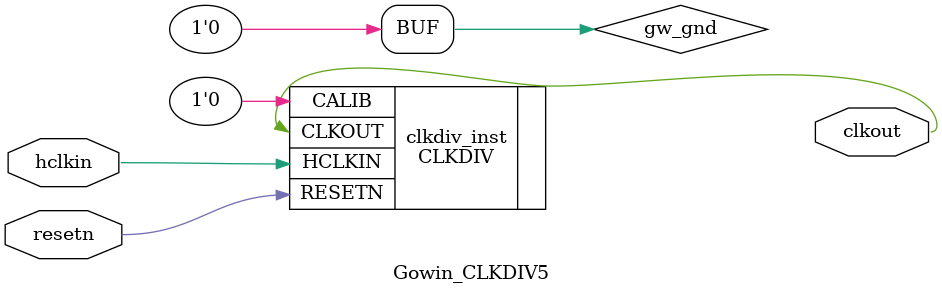
<source format=v>

module Gowin_CLKDIV5 (clkout, hclkin, resetn);

output clkout;
input hclkin;
input resetn;

wire gw_gnd;

assign gw_gnd = 1'b0;

CLKDIV clkdiv_inst (
    .CLKOUT(clkout),
    .HCLKIN(hclkin),
    .RESETN(resetn),
    .CALIB(gw_gnd)
);

defparam clkdiv_inst.DIV_MODE = "5";
defparam clkdiv_inst.GSREN = "false";

endmodule //Gowin_CLKDIV5

</source>
